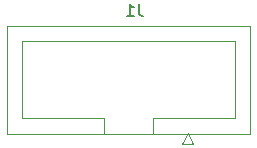
<source format=gbr>
%TF.GenerationSoftware,KiCad,Pcbnew,7.0.1-0*%
%TF.CreationDate,2023-11-10T19:29:42+13:00*%
%TF.ProjectId,Punkys-new-brew_main,50756e6b-7973-42d6-9e65-772d62726577,003*%
%TF.SameCoordinates,Original*%
%TF.FileFunction,Legend,Bot*%
%TF.FilePolarity,Positive*%
%FSLAX46Y46*%
G04 Gerber Fmt 4.6, Leading zero omitted, Abs format (unit mm)*
G04 Created by KiCad (PCBNEW 7.0.1-0) date 2023-11-10 19:29:42*
%MOMM*%
%LPD*%
G01*
G04 APERTURE LIST*
%ADD10C,0.150000*%
%ADD11C,0.120000*%
G04 APERTURE END LIST*
D10*
%TO.C,J1*%
X65033333Y-35362619D02*
X65033333Y-36076904D01*
X65033333Y-36076904D02*
X65080952Y-36219761D01*
X65080952Y-36219761D02*
X65176190Y-36315000D01*
X65176190Y-36315000D02*
X65319047Y-36362619D01*
X65319047Y-36362619D02*
X65414285Y-36362619D01*
X64033333Y-36362619D02*
X64604761Y-36362619D01*
X64319047Y-36362619D02*
X64319047Y-35362619D01*
X64319047Y-35362619D02*
X64414285Y-35505476D01*
X64414285Y-35505476D02*
X64509523Y-35600714D01*
X64509523Y-35600714D02*
X64604761Y-35648333D01*
D11*
X68740000Y-47187500D02*
X69190000Y-46287500D01*
X69640000Y-47187500D02*
X68740000Y-47187500D01*
X53870000Y-46327500D02*
X74450000Y-46327500D01*
X66210000Y-46327500D02*
X66210000Y-45017500D01*
X74450000Y-46327500D02*
X74450000Y-37207500D01*
X69190000Y-46287500D02*
X69640000Y-47187500D01*
X55170000Y-45017500D02*
X62110000Y-45017500D01*
X62110000Y-45017500D02*
X62110000Y-46327500D01*
X62110000Y-45017500D02*
X62110000Y-45017500D01*
X66210000Y-45017500D02*
X73150000Y-45017500D01*
X73150000Y-45017500D02*
X73150000Y-38517500D01*
X55170000Y-38517500D02*
X55170000Y-45017500D01*
X73150000Y-38517500D02*
X55170000Y-38517500D01*
X53870000Y-37207500D02*
X53870000Y-46327500D01*
X74450000Y-37207500D02*
X53870000Y-37207500D01*
%TD*%
M02*

</source>
